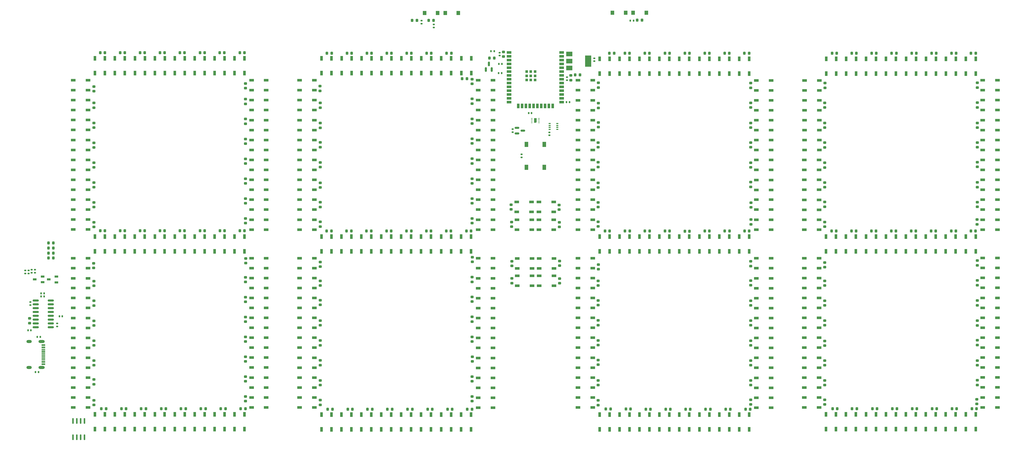
<source format=gbr>
%TF.GenerationSoftware,KiCad,Pcbnew,7.0.9*%
%TF.CreationDate,2024-01-05T23:33:25+01:00*%
%TF.ProjectId,ws2812-clock,77733238-3132-42d6-936c-6f636b2e6b69,rev?*%
%TF.SameCoordinates,Original*%
%TF.FileFunction,Paste,Top*%
%TF.FilePolarity,Positive*%
%FSLAX46Y46*%
G04 Gerber Fmt 4.6, Leading zero omitted, Abs format (unit mm)*
G04 Created by KiCad (PCBNEW 7.0.9) date 2024-01-05 23:33:25*
%MOMM*%
%LPD*%
G01*
G04 APERTURE LIST*
G04 Aperture macros list*
%AMRoundRect*
0 Rectangle with rounded corners*
0 $1 Rounding radius*
0 $2 $3 $4 $5 $6 $7 $8 $9 X,Y pos of 4 corners*
0 Add a 4 corners polygon primitive as box body*
4,1,4,$2,$3,$4,$5,$6,$7,$8,$9,$2,$3,0*
0 Add four circle primitives for the rounded corners*
1,1,$1+$1,$2,$3*
1,1,$1+$1,$4,$5*
1,1,$1+$1,$6,$7*
1,1,$1+$1,$8,$9*
0 Add four rect primitives between the rounded corners*
20,1,$1+$1,$2,$3,$4,$5,0*
20,1,$1+$1,$4,$5,$6,$7,0*
20,1,$1+$1,$6,$7,$8,$9,0*
20,1,$1+$1,$8,$9,$2,$3,0*%
%AMFreePoly0*
4,1,6,0.450000,-0.800000,-0.450000,-0.800000,-0.450000,0.530000,-0.180000,0.800000,0.450000,0.800000,0.450000,-0.800000,0.450000,-0.800000,$1*%
G04 Aperture macros list end*
%ADD10R,1.500000X0.900000*%
%ADD11R,0.900000X1.500000*%
%ADD12R,0.900000X0.900000*%
%ADD13RoundRect,0.135000X-0.185000X0.135000X-0.185000X-0.135000X0.185000X-0.135000X0.185000X0.135000X0*%
%ADD14RoundRect,0.225000X0.250000X-0.225000X0.250000X0.225000X-0.250000X0.225000X-0.250000X-0.225000X0*%
%ADD15O,2.100000X1.000000*%
%ADD16O,1.800000X1.000000*%
%ADD17R,1.150000X0.600000*%
%ADD18R,1.150000X0.300000*%
%ADD19RoundRect,0.225000X-0.225000X-0.250000X0.225000X-0.250000X0.225000X0.250000X-0.225000X0.250000X0*%
%ADD20RoundRect,0.225000X0.225000X0.250000X-0.225000X0.250000X-0.225000X-0.250000X0.225000X-0.250000X0*%
%ADD21RoundRect,0.218750X0.218750X0.256250X-0.218750X0.256250X-0.218750X-0.256250X0.218750X-0.256250X0*%
%ADD22RoundRect,0.225000X-0.250000X0.225000X-0.250000X-0.225000X0.250000X-0.225000X0.250000X0.225000X0*%
%ADD23RoundRect,0.140000X0.170000X-0.140000X0.170000X0.140000X-0.170000X0.140000X-0.170000X-0.140000X0*%
%ADD24RoundRect,0.150000X-0.587500X-0.150000X0.587500X-0.150000X0.587500X0.150000X-0.587500X0.150000X0*%
%ADD25RoundRect,0.140000X0.140000X0.170000X-0.140000X0.170000X-0.140000X-0.170000X0.140000X-0.170000X0*%
%ADD26RoundRect,0.135000X0.185000X-0.135000X0.185000X0.135000X-0.185000X0.135000X-0.185000X-0.135000X0*%
%ADD27RoundRect,0.135000X0.135000X0.185000X-0.135000X0.185000X-0.135000X-0.185000X0.135000X-0.185000X0*%
%ADD28RoundRect,0.218750X-0.218750X-0.256250X0.218750X-0.256250X0.218750X0.256250X-0.218750X0.256250X0*%
%ADD29R,1.220000X0.650000*%
%ADD30RoundRect,0.150000X0.150000X-0.587500X0.150000X0.587500X-0.150000X0.587500X-0.150000X-0.587500X0*%
%ADD31RoundRect,0.135000X-0.135000X-0.185000X0.135000X-0.185000X0.135000X0.185000X-0.135000X0.185000X0*%
%ADD32R,1.150000X1.780000*%
%ADD33O,0.570000X1.950000*%
%ADD34R,1.230000X1.360000*%
%ADD35RoundRect,0.140000X-0.170000X0.140000X-0.170000X-0.140000X0.170000X-0.140000X0.170000X0.140000X0*%
%ADD36O,0.770000X0.360000*%
%ADD37FreePoly0,180.000000*%
%ADD38R,0.550000X0.250000*%
%ADD39R,2.000000X1.500000*%
%ADD40R,2.000000X3.800000*%
%ADD41RoundRect,0.150000X0.825000X0.150000X-0.825000X0.150000X-0.825000X-0.150000X0.825000X-0.150000X0*%
G04 APERTURE END LIST*
D10*
%TO.C,U1*%
X187050000Y-64750000D03*
X187050000Y-66020000D03*
X187050000Y-67290000D03*
X187050000Y-68560000D03*
X187050000Y-69830000D03*
X187050000Y-71100000D03*
X187050000Y-72370000D03*
X187050000Y-73640000D03*
X187050000Y-74910000D03*
X187050000Y-76180000D03*
X187050000Y-77450000D03*
X187050000Y-78720000D03*
X187050000Y-79990000D03*
X187050000Y-81260000D03*
D11*
X190090000Y-82510000D03*
X191360000Y-82510000D03*
X192630000Y-82510000D03*
X193900000Y-82510000D03*
X195170000Y-82510000D03*
X196440000Y-82510000D03*
X197710000Y-82510000D03*
X198980000Y-82510000D03*
X200250000Y-82510000D03*
X201520000Y-82510000D03*
D10*
X204550000Y-81260000D03*
X204550000Y-79990000D03*
X204550000Y-78720000D03*
X204550000Y-77450000D03*
X204550000Y-76180000D03*
X204550000Y-74910000D03*
X204550000Y-73640000D03*
X204550000Y-72370000D03*
X204550000Y-71100000D03*
X204550000Y-69830000D03*
X204550000Y-68560000D03*
X204550000Y-67290000D03*
X204550000Y-66020000D03*
X204550000Y-64750000D03*
D12*
X192900000Y-73870000D03*
X192900000Y-71070000D03*
X195700000Y-73870000D03*
X194300000Y-71070000D03*
X195700000Y-71070000D03*
X192900000Y-72470000D03*
X194300000Y-72470000D03*
X195700000Y-72470000D03*
X194300000Y-73870000D03*
%TD*%
D10*
%TO.C,D73*%
X117600000Y-133100000D03*
X117600000Y-136400000D03*
X122500000Y-136400000D03*
X122500000Y-133100000D03*
%TD*%
%TO.C,D4*%
X42450000Y-93810000D03*
X42450000Y-97110000D03*
X47350000Y-97110000D03*
X47350000Y-93810000D03*
%TD*%
D11*
%TO.C,D51*%
X62920000Y-71550000D03*
X66220000Y-71550000D03*
X66220000Y-66650000D03*
X62920000Y-66650000D03*
%TD*%
%TO.C,D81*%
X124800000Y-190000000D03*
X128100000Y-190000000D03*
X128100000Y-185100000D03*
X124800000Y-185100000D03*
%TD*%
D10*
%TO.C,D155*%
X273999999Y-169560000D03*
X273999999Y-166260000D03*
X269099999Y-166260000D03*
X269099999Y-169560000D03*
%TD*%
%TO.C,D46*%
X106500000Y-90499999D03*
X106500000Y-87199999D03*
X101600000Y-87199999D03*
X101600000Y-90499999D03*
%TD*%
%TO.C,D43*%
X106500001Y-110359999D03*
X106500001Y-107059999D03*
X101600001Y-107059999D03*
X101600001Y-110359999D03*
%TD*%
%TO.C,D198*%
X285050000Y-166200000D03*
X285050000Y-169500000D03*
X289950000Y-169500000D03*
X289950000Y-166200000D03*
%TD*%
D13*
%TO.C,R14*%
X162052000Y-55370000D03*
X162052000Y-56390000D03*
%TD*%
D14*
%TO.C,C100*%
X174800000Y-101600000D03*
X174800000Y-100050000D03*
%TD*%
D11*
%TO.C,D192*%
X338590000Y-130800001D03*
X341890000Y-130800001D03*
X341890000Y-125900001D03*
X338590000Y-125900001D03*
%TD*%
D15*
%TO.C,USBC1*%
X31957500Y-160835000D03*
D16*
X27777500Y-160835000D03*
X27777500Y-169475000D03*
D15*
X31957500Y-169475000D03*
D17*
X32517500Y-161955000D03*
X32517500Y-162755000D03*
D18*
X32517500Y-163905000D03*
X32517500Y-164905000D03*
X32517500Y-165405000D03*
X32517500Y-166405000D03*
D17*
X32517500Y-168355000D03*
X32517500Y-167555000D03*
D18*
X32517500Y-166905000D03*
X32517500Y-165905000D03*
X32517500Y-164405000D03*
X32517500Y-163405000D03*
%TD*%
D10*
%TO.C,D200*%
X285067500Y-179417500D03*
X285067500Y-182717500D03*
X289967500Y-182717500D03*
X289967500Y-179417500D03*
%TD*%
D19*
%TO.C,C172*%
X238765000Y-64985000D03*
X240315000Y-64985000D03*
%TD*%
D10*
%TO.C,D94*%
X181740000Y-149720000D03*
X181740000Y-146420000D03*
X176840000Y-146420000D03*
X176840000Y-149720000D03*
%TD*%
D19*
%TO.C,C232*%
X340350000Y-65000000D03*
X341900000Y-65000000D03*
%TD*%
D13*
%TO.C,R5*%
X37120000Y-154790000D03*
X37120000Y-155810000D03*
%TD*%
D20*
%TO.C,C243*%
X210579000Y-72136000D03*
X209029000Y-72136000D03*
%TD*%
D11*
%TO.C,D227*%
X305540000Y-71700001D03*
X308840000Y-71700001D03*
X308840000Y-66800001D03*
X305540000Y-66800001D03*
%TD*%
D21*
%TO.C,D239*%
X231187500Y-53940000D03*
X229612500Y-53940000D03*
%TD*%
D10*
%TO.C,D194*%
X285050000Y-139720000D03*
X285050000Y-143020000D03*
X289950000Y-143020000D03*
X289950000Y-139720000D03*
%TD*%
D11*
%TO.C,D111*%
X164580000Y-71600000D03*
X167880000Y-71600000D03*
X167880000Y-66700000D03*
X164580000Y-66700000D03*
%TD*%
D14*
%TO.C,C40*%
X99700000Y-134725000D03*
X99700000Y-133175000D03*
%TD*%
%TO.C,C97*%
X174800000Y-121425000D03*
X174800000Y-119875000D03*
%TD*%
D19*
%TO.C,C135*%
X258650000Y-124100000D03*
X260200000Y-124100000D03*
%TD*%
D11*
%TO.C,D134*%
X250200001Y-130800000D03*
X253500001Y-130800000D03*
X253500001Y-125900000D03*
X250200001Y-125900000D03*
%TD*%
%TO.C,D84*%
X144660001Y-190000000D03*
X147960001Y-190000000D03*
X147960001Y-185100000D03*
X144660001Y-185100000D03*
%TD*%
D22*
%TO.C,C115*%
X203700000Y-115425000D03*
X203700000Y-116975000D03*
%TD*%
D14*
%TO.C,C209*%
X342300000Y-181575000D03*
X342300000Y-180025000D03*
%TD*%
D10*
%TO.C,D125*%
X209912500Y-100462500D03*
X209912500Y-103762500D03*
X214812500Y-103762500D03*
X214812500Y-100462500D03*
%TD*%
D19*
%TO.C,C72*%
X172890000Y-124040000D03*
X174440000Y-124040000D03*
%TD*%
D23*
%TO.C,C241*%
X206248000Y-73914000D03*
X206248000Y-72954000D03*
%TD*%
D10*
%TO.C,D41*%
X106500000Y-123600000D03*
X106500000Y-120300000D03*
X101600000Y-120300000D03*
X101600000Y-123600000D03*
%TD*%
D19*
%TO.C,C25*%
X51803000Y-183134000D03*
X53353000Y-183134000D03*
%TD*%
D14*
%TO.C,C42*%
X99568000Y-114834000D03*
X99568000Y-113284000D03*
%TD*%
D22*
%TO.C,C121*%
X216675000Y-74825000D03*
X216675000Y-76375000D03*
%TD*%
%TO.C,C23*%
X49276000Y-173456000D03*
X49276000Y-175006000D03*
%TD*%
D11*
%TO.C,D203*%
X305490001Y-189900000D03*
X308790001Y-189900000D03*
X308790001Y-185000000D03*
X305490001Y-185000000D03*
%TD*%
D10*
%TO.C,D128*%
X209900000Y-120300000D03*
X209900000Y-123600000D03*
X214800000Y-123600000D03*
X214800000Y-120300000D03*
%TD*%
%TO.C,D138*%
X209900000Y-139720000D03*
X209900000Y-143020000D03*
X214800000Y-143020000D03*
X214800000Y-139720000D03*
%TD*%
D19*
%TO.C,C31*%
X91427000Y-183134000D03*
X92977000Y-183134000D03*
%TD*%
%TO.C,C68*%
X146400000Y-124050000D03*
X147950000Y-124050000D03*
%TD*%
D10*
%TO.C,D137*%
X209900000Y-133100000D03*
X209900000Y-136400000D03*
X214800000Y-136400000D03*
X214800000Y-133100000D03*
%TD*%
%TO.C,D218*%
X349100000Y-116980000D03*
X349100000Y-113680000D03*
X344200000Y-113680000D03*
X344200000Y-116980000D03*
%TD*%
D11*
%TO.C,D207*%
X331970001Y-189900000D03*
X335270001Y-189900000D03*
X335270001Y-185000000D03*
X331970001Y-185000000D03*
%TD*%
D14*
%TO.C,C90*%
X174800000Y-174025000D03*
X174800000Y-172475000D03*
%TD*%
D11*
%TO.C,D149*%
X243580000Y-189999999D03*
X246880000Y-189999999D03*
X246880000Y-185099999D03*
X243580000Y-185099999D03*
%TD*%
D14*
%TO.C,C157*%
X267275000Y-155425000D03*
X267275000Y-153875000D03*
%TD*%
D19*
%TO.C,C66*%
X133175000Y-124050000D03*
X134725000Y-124050000D03*
%TD*%
%TO.C,C69*%
X153075000Y-124050000D03*
X154625000Y-124050000D03*
%TD*%
D10*
%TO.C,D77*%
X117600000Y-159580000D03*
X117600000Y-162880000D03*
X122500000Y-162880000D03*
X122500000Y-159580000D03*
%TD*%
D14*
%TO.C,C223*%
X342400000Y-82975000D03*
X342400000Y-81425000D03*
%TD*%
D10*
%TO.C,D2*%
X42450000Y-80570000D03*
X42450000Y-83870000D03*
X47350000Y-83870000D03*
X47350000Y-80570000D03*
%TD*%
D14*
%TO.C,C41*%
X99568000Y-121425000D03*
X99568000Y-119875000D03*
%TD*%
%TO.C,C101*%
X174800000Y-94975000D03*
X174800000Y-93425000D03*
%TD*%
D10*
%TO.C,D215*%
X349100001Y-142979999D03*
X349100001Y-139679999D03*
X344200001Y-139679999D03*
X344200001Y-142979999D03*
%TD*%
D11*
%TO.C,D52*%
X69539999Y-71550000D03*
X72839999Y-71550000D03*
X72839999Y-66650000D03*
X69539999Y-66650000D03*
%TD*%
%TO.C,D71*%
X164520001Y-130800000D03*
X167820001Y-130800000D03*
X167820001Y-125900000D03*
X164520001Y-125900000D03*
%TD*%
D19*
%TO.C,C171*%
X232124999Y-65000000D03*
X233674999Y-65000000D03*
%TD*%
D10*
%TO.C,D6*%
X42450000Y-107050000D03*
X42450000Y-110350000D03*
X47350000Y-110350000D03*
X47350000Y-107050000D03*
%TD*%
D22*
%TO.C,C144*%
X216600000Y-180400000D03*
X216600000Y-181950000D03*
%TD*%
D10*
%TO.C,D119*%
X197100000Y-133200000D03*
X197100000Y-136500000D03*
X202000000Y-136500000D03*
X202000000Y-133200000D03*
%TD*%
D19*
%TO.C,C82*%
X133525000Y-183300000D03*
X135075000Y-183300000D03*
%TD*%
D24*
%TO.C,Q3*%
X189725000Y-89750000D03*
X189725000Y-91650000D03*
X191600000Y-90700000D03*
%TD*%
D22*
%TO.C,C193*%
X291800000Y-134525000D03*
X291800000Y-136075000D03*
%TD*%
D14*
%TO.C,C168*%
X267250000Y-76450000D03*
X267250000Y-74900000D03*
%TD*%
D22*
%TO.C,C140*%
X216625000Y-153800000D03*
X216625000Y-155350000D03*
%TD*%
%TO.C,C24*%
X49276000Y-180327000D03*
X49276000Y-181877000D03*
%TD*%
D10*
%TO.C,D124*%
X209912500Y-93842500D03*
X209912500Y-97142500D03*
X214812500Y-97142500D03*
X214812500Y-93842500D03*
%TD*%
D19*
%TO.C,C189*%
X320500000Y-124050000D03*
X322050000Y-124050000D03*
%TD*%
D10*
%TO.C,D223*%
X349100000Y-83880001D03*
X349100000Y-80580001D03*
X344200000Y-80580001D03*
X344200000Y-83880001D03*
%TD*%
D14*
%TO.C,C93*%
X174800000Y-154175000D03*
X174800000Y-152625000D03*
%TD*%
D25*
%TO.C,C235*%
X38834000Y-152400000D03*
X37874000Y-152400000D03*
%TD*%
D10*
%TO.C,D209*%
X349100000Y-182700000D03*
X349100000Y-179400000D03*
X344200000Y-179400000D03*
X344200000Y-182700000D03*
%TD*%
%TO.C,D140*%
X209900000Y-152960000D03*
X209900000Y-156260000D03*
X214800000Y-156260000D03*
X214800000Y-152960000D03*
%TD*%
D19*
%TO.C,C190*%
X327100000Y-124050000D03*
X328650000Y-124050000D03*
%TD*%
%TO.C,C226*%
X300750000Y-64950000D03*
X302300000Y-64950000D03*
%TD*%
D22*
%TO.C,C5*%
X49276000Y-101346000D03*
X49276000Y-102896000D03*
%TD*%
D19*
%TO.C,C231*%
X333850000Y-64950000D03*
X335400000Y-64950000D03*
%TD*%
D14*
%TO.C,C46*%
X99600000Y-88400000D03*
X99600000Y-86850000D03*
%TD*%
D19*
%TO.C,C132*%
X238775000Y-124100000D03*
X240325000Y-124100000D03*
%TD*%
%TO.C,C236*%
X180581000Y-66548000D03*
X182131000Y-66548000D03*
%TD*%
D14*
%TO.C,C166*%
X267250000Y-89725000D03*
X267250000Y-88175000D03*
%TD*%
D10*
%TO.C,D75*%
X117600000Y-146340000D03*
X117600000Y-149640000D03*
X122500000Y-149640000D03*
X122500000Y-146340000D03*
%TD*%
D11*
%TO.C,D31*%
X89370001Y-189950000D03*
X92670001Y-189950000D03*
X92670001Y-185050000D03*
X89370001Y-185050000D03*
%TD*%
D10*
%TO.C,D98*%
X181700001Y-116980000D03*
X181700001Y-113680000D03*
X176800001Y-113680000D03*
X176800001Y-116980000D03*
%TD*%
D19*
%TO.C,C149*%
X245675000Y-183300000D03*
X247225000Y-183300000D03*
%TD*%
D14*
%TO.C,C242*%
X207518000Y-73914000D03*
X207518000Y-72364000D03*
%TD*%
D22*
%TO.C,C57*%
X124350000Y-75925000D03*
X124350000Y-77475000D03*
%TD*%
%TO.C,C141*%
X216600000Y-160475000D03*
X216600000Y-162025000D03*
%TD*%
D19*
%TO.C,C71*%
X166250000Y-124050000D03*
X167800000Y-124050000D03*
%TD*%
%TO.C,C176*%
X265150000Y-64985000D03*
X266700000Y-64985000D03*
%TD*%
D10*
%TO.C,D221*%
X349100000Y-97120000D03*
X349100000Y-93820000D03*
X344200000Y-93820000D03*
X344200000Y-97120000D03*
%TD*%
D19*
%TO.C,C146*%
X225825000Y-183275000D03*
X227375000Y-183275000D03*
%TD*%
D22*
%TO.C,C18*%
X49276000Y-140703000D03*
X49276000Y-142253000D03*
%TD*%
D14*
%TO.C,C156*%
X267275000Y-162075000D03*
X267275000Y-160525000D03*
%TD*%
D11*
%TO.C,D229*%
X318780000Y-71700001D03*
X322080000Y-71700001D03*
X322080000Y-66800001D03*
X318780000Y-66800001D03*
%TD*%
D19*
%TO.C,C83*%
X140100000Y-183300000D03*
X141650000Y-183300000D03*
%TD*%
D10*
%TO.C,D123*%
X209912500Y-87222500D03*
X209912500Y-90522500D03*
X214812500Y-90522500D03*
X214812500Y-87222500D03*
%TD*%
%TO.C,D141*%
X209900000Y-159580000D03*
X209900000Y-162880000D03*
X214800000Y-162880000D03*
X214800000Y-159580000D03*
%TD*%
D22*
%TO.C,C139*%
X216625000Y-147150000D03*
X216625000Y-148700000D03*
%TD*%
D14*
%TO.C,C154*%
X267250000Y-175275000D03*
X267250000Y-173725000D03*
%TD*%
D10*
%TO.C,D184*%
X285047500Y-120317500D03*
X285047500Y-123617500D03*
X289947500Y-123617500D03*
X289947500Y-120317500D03*
%TD*%
D26*
%TO.C,R8*%
X29740000Y-137960000D03*
X29740000Y-136940000D03*
%TD*%
D21*
%TO.C,D235*%
X35844500Y-128069000D03*
X34269500Y-128069000D03*
%TD*%
D11*
%TO.C,D9*%
X49650000Y-130800000D03*
X52950000Y-130800000D03*
X52950000Y-125900000D03*
X49650000Y-125900000D03*
%TD*%
D10*
%TO.C,D122*%
X209912500Y-80602500D03*
X209912500Y-83902500D03*
X214812500Y-83902500D03*
X214812500Y-80602500D03*
%TD*%
D11*
%TO.C,D12*%
X69510000Y-130800000D03*
X72810000Y-130800000D03*
X72810000Y-125900000D03*
X69510000Y-125900000D03*
%TD*%
%TO.C,D151*%
X256820000Y-190000000D03*
X260120000Y-190000000D03*
X260120000Y-185100000D03*
X256820000Y-185100000D03*
%TD*%
%TO.C,D112*%
X171200000Y-71600000D03*
X174500000Y-71600000D03*
X174500000Y-66700000D03*
X171200000Y-66700000D03*
%TD*%
%TO.C,D82*%
X131420001Y-190000000D03*
X134720001Y-190000000D03*
X134720001Y-185100000D03*
X131420001Y-185100000D03*
%TD*%
D10*
%TO.C,D47*%
X106500001Y-83879999D03*
X106500001Y-80579999D03*
X101600001Y-80579999D03*
X101600001Y-83879999D03*
%TD*%
D19*
%TO.C,C81*%
X126900000Y-183300000D03*
X128450000Y-183300000D03*
%TD*%
%TO.C,C109*%
X153100000Y-64950000D03*
X154650000Y-64950000D03*
%TD*%
D11*
%TO.C,D228*%
X312160000Y-71700000D03*
X315460000Y-71700000D03*
X315460000Y-66800000D03*
X312160000Y-66800000D03*
%TD*%
D27*
%TO.C,R4*%
X30910000Y-171000000D03*
X29890000Y-171000000D03*
%TD*%
D14*
%TO.C,C98*%
X174800000Y-114825000D03*
X174800000Y-113275000D03*
%TD*%
D11*
%TO.C,D190*%
X325350000Y-130800001D03*
X328650000Y-130800001D03*
X328650000Y-125900001D03*
X325350000Y-125900001D03*
%TD*%
D28*
%TO.C,D238*%
X154922500Y-54040000D03*
X156497500Y-54040000D03*
%TD*%
D10*
%TO.C,D216*%
X349100001Y-136359999D03*
X349100001Y-133059999D03*
X344200001Y-133059999D03*
X344200001Y-136359999D03*
%TD*%
%TO.C,D182*%
X285047500Y-107077500D03*
X285047500Y-110377500D03*
X289947500Y-110377500D03*
X289947500Y-107077500D03*
%TD*%
%TO.C,D159*%
X274000000Y-143080000D03*
X274000000Y-139780000D03*
X269100000Y-139780000D03*
X269100000Y-143080000D03*
%TD*%
D11*
%TO.C,D204*%
X312110001Y-189900001D03*
X315410001Y-189900001D03*
X315410001Y-185000001D03*
X312110001Y-185000001D03*
%TD*%
%TO.C,D108*%
X144740000Y-71580000D03*
X148040000Y-71580000D03*
X148040000Y-66680000D03*
X144740000Y-66680000D03*
%TD*%
D19*
%TO.C,C174*%
X251990001Y-65005002D03*
X253540001Y-65005002D03*
%TD*%
D14*
%TO.C,C153*%
X267275000Y-181725000D03*
X267275000Y-180175000D03*
%TD*%
D11*
%TO.C,D135*%
X256820001Y-130800000D03*
X260120001Y-130800000D03*
X260120001Y-125900000D03*
X256820001Y-125900000D03*
%TD*%
D10*
%TO.C,D144*%
X209900000Y-179440000D03*
X209900000Y-182740000D03*
X214800000Y-182740000D03*
X214800000Y-179440000D03*
%TD*%
D22*
%TO.C,C116*%
X203750000Y-121150000D03*
X203750000Y-122700000D03*
%TD*%
D10*
%TO.C,D104*%
X181700001Y-77260000D03*
X181700001Y-73960000D03*
X176800001Y-73960000D03*
X176800001Y-77260000D03*
%TD*%
D14*
%TO.C,C37*%
X99568000Y-154204000D03*
X99568000Y-152654000D03*
%TD*%
D10*
%TO.C,D60*%
X117600000Y-93820000D03*
X117600000Y-97120000D03*
X122500000Y-97120000D03*
X122500000Y-93820000D03*
%TD*%
%TO.C,D165*%
X273999999Y-97160000D03*
X273999999Y-93860000D03*
X269099999Y-93860000D03*
X269099999Y-97160000D03*
%TD*%
D29*
%TO.C,Q2*%
X32300000Y-141110000D03*
X32300000Y-139210000D03*
X29680000Y-140160000D03*
%TD*%
D11*
%TO.C,D191*%
X331970000Y-130800001D03*
X335270000Y-130800001D03*
X335270000Y-125900001D03*
X331970000Y-125900001D03*
%TD*%
D19*
%TO.C,C150*%
X252300000Y-183300000D03*
X253850000Y-183300000D03*
%TD*%
%TO.C,C86*%
X160025000Y-183300000D03*
X161575000Y-183300000D03*
%TD*%
%TO.C,C147*%
X232450000Y-183300000D03*
X234000000Y-183300000D03*
%TD*%
%TO.C,C208*%
X340650000Y-183200000D03*
X342200000Y-183200000D03*
%TD*%
%TO.C,C206*%
X327450000Y-183200000D03*
X329000000Y-183200000D03*
%TD*%
D10*
%TO.C,D153*%
X274000000Y-182800000D03*
X274000000Y-179500000D03*
X269100000Y-179500000D03*
X269100000Y-182800000D03*
%TD*%
D14*
%TO.C,C214*%
X342400000Y-148750000D03*
X342400000Y-147200000D03*
%TD*%
D19*
%TO.C,C152*%
X265525000Y-183300000D03*
X267075000Y-183300000D03*
%TD*%
D11*
%TO.C,D150*%
X250200000Y-190000000D03*
X253500000Y-190000000D03*
X253500000Y-185100000D03*
X250200000Y-185100000D03*
%TD*%
D22*
%TO.C,C59*%
X124400000Y-88200000D03*
X124400000Y-89750000D03*
%TD*%
D26*
%TO.C,R2*%
X28200000Y-148710000D03*
X28200000Y-147690000D03*
%TD*%
D22*
%TO.C,C177*%
X291850000Y-74915000D03*
X291850000Y-76465000D03*
%TD*%
%TO.C,C118*%
X187975000Y-139850000D03*
X187975000Y-141400000D03*
%TD*%
%TO.C,C73*%
X124400000Y-134375000D03*
X124400000Y-135925000D03*
%TD*%
D11*
%TO.C,D106*%
X131500000Y-71579999D03*
X134800000Y-71579999D03*
X134800000Y-66679999D03*
X131500000Y-66679999D03*
%TD*%
D10*
%TO.C,D61*%
X117600000Y-100440000D03*
X117600000Y-103740000D03*
X122500000Y-103740000D03*
X122500000Y-100440000D03*
%TD*%
D14*
%TO.C,C44*%
X99568000Y-101613000D03*
X99568000Y-100063000D03*
%TD*%
D10*
%TO.C,D79*%
X117600000Y-172820000D03*
X117600000Y-176120000D03*
X122500000Y-176120000D03*
X122500000Y-172820000D03*
%TD*%
D19*
%TO.C,C229*%
X320650000Y-64950000D03*
X322200000Y-64950000D03*
%TD*%
D11*
%TO.C,D69*%
X151280001Y-130799999D03*
X154580001Y-130799999D03*
X154580001Y-125899999D03*
X151280001Y-125899999D03*
%TD*%
D10*
%TO.C,D193*%
X285050000Y-133100000D03*
X285050000Y-136400000D03*
X289950000Y-136400000D03*
X289950000Y-133100000D03*
%TD*%
D11*
%TO.C,D185*%
X292250000Y-130800000D03*
X295550000Y-130800000D03*
X295550000Y-125900000D03*
X292250000Y-125900000D03*
%TD*%
D10*
%TO.C,D23*%
X42430000Y-172850000D03*
X42430000Y-176150000D03*
X47330000Y-176150000D03*
X47330000Y-172850000D03*
%TD*%
%TO.C,D118*%
X189800000Y-139000000D03*
X189800000Y-142300000D03*
X194700000Y-142300000D03*
X194700000Y-139000000D03*
%TD*%
D19*
%TO.C,C228*%
X314025000Y-64950000D03*
X315575000Y-64950000D03*
%TD*%
D30*
%TO.C,Q4*%
X179400000Y-70375000D03*
X181300000Y-70375000D03*
X180350000Y-68500000D03*
%TD*%
D10*
%TO.C,D217*%
X349100000Y-123600000D03*
X349100000Y-120300000D03*
X344200000Y-120300000D03*
X344200000Y-123600000D03*
%TD*%
D11*
%TO.C,D105*%
X124879999Y-71580001D03*
X128179999Y-71580001D03*
X128179999Y-66680001D03*
X124879999Y-66680001D03*
%TD*%
%TO.C,D55*%
X89380000Y-71550000D03*
X92680000Y-71550000D03*
X92680000Y-66650000D03*
X89380000Y-66650000D03*
%TD*%
D19*
%TO.C,C32*%
X98018000Y-183134000D03*
X99568000Y-183134000D03*
%TD*%
D11*
%TO.C,D54*%
X82780001Y-71550000D03*
X86080001Y-71550000D03*
X86080001Y-66650000D03*
X82780001Y-66650000D03*
%TD*%
D19*
%TO.C,C130*%
X225550000Y-124100000D03*
X227100000Y-124100000D03*
%TD*%
D11*
%TO.C,D136*%
X263440001Y-130800000D03*
X266740001Y-130800000D03*
X266740001Y-125900000D03*
X263440001Y-125900000D03*
%TD*%
D22*
%TO.C,C142*%
X216625000Y-167000000D03*
X216625000Y-168550000D03*
%TD*%
D11*
%TO.C,D230*%
X325400000Y-71700001D03*
X328700000Y-71700001D03*
X328700000Y-66800001D03*
X325400000Y-66800001D03*
%TD*%
D22*
%TO.C,C80*%
X124400000Y-180300000D03*
X124400000Y-181850000D03*
%TD*%
D11*
%TO.C,D13*%
X76130000Y-130800000D03*
X79430000Y-130800000D03*
X79430000Y-125900000D03*
X76130000Y-125900000D03*
%TD*%
D10*
%TO.C,D3*%
X42450000Y-87190000D03*
X42450000Y-90490000D03*
X47350000Y-90490000D03*
X47350000Y-87190000D03*
%TD*%
D11*
%TO.C,D26*%
X56270001Y-189950000D03*
X59570001Y-189950000D03*
X59570001Y-185050000D03*
X56270001Y-185050000D03*
%TD*%
D10*
%TO.C,D212*%
X349100001Y-162839999D03*
X349100001Y-159539999D03*
X344200001Y-159539999D03*
X344200001Y-162839999D03*
%TD*%
D19*
%TO.C,C28*%
X71628000Y-183134000D03*
X73178000Y-183134000D03*
%TD*%
%TO.C,C56*%
X97725000Y-64800000D03*
X99275000Y-64800000D03*
%TD*%
D10*
%TO.C,D127*%
X209900000Y-113680000D03*
X209900000Y-116980000D03*
X214800000Y-116980000D03*
X214800000Y-113680000D03*
%TD*%
%TO.C,D117*%
X189800000Y-133200000D03*
X189800000Y-136500000D03*
X194700000Y-136500000D03*
X194700000Y-133200000D03*
%TD*%
%TO.C,D33*%
X106500002Y-182719999D03*
X106500002Y-179419999D03*
X101600002Y-179419999D03*
X101600002Y-182719999D03*
%TD*%
D11*
%TO.C,D176*%
X263440000Y-71700001D03*
X266740000Y-71700001D03*
X266740000Y-66800001D03*
X263440000Y-66800001D03*
%TD*%
%TO.C,D188*%
X312110000Y-130800000D03*
X315410000Y-130800000D03*
X315410000Y-125900000D03*
X312110000Y-125900000D03*
%TD*%
D14*
%TO.C,C216*%
X342400000Y-135475000D03*
X342400000Y-133925000D03*
%TD*%
D22*
%TO.C,C120*%
X203825000Y-139875000D03*
X203825000Y-141425000D03*
%TD*%
D19*
%TO.C,C175*%
X258615000Y-64995000D03*
X260165000Y-64995000D03*
%TD*%
D10*
%TO.C,D37*%
X106499999Y-156260000D03*
X106499999Y-152960000D03*
X101599999Y-152960000D03*
X101599999Y-156260000D03*
%TD*%
D11*
%TO.C,D231*%
X332019999Y-71700002D03*
X335319999Y-71700002D03*
X335319999Y-66800002D03*
X332019999Y-66800002D03*
%TD*%
D22*
%TO.C,C117*%
X187975000Y-134150000D03*
X187975000Y-135700000D03*
%TD*%
D14*
%TO.C,C217*%
X342350000Y-121825000D03*
X342350000Y-120275000D03*
%TD*%
D22*
%TO.C,C1*%
X49276000Y-76025000D03*
X49276000Y-77575000D03*
%TD*%
D19*
%TO.C,C106*%
X133300000Y-64950000D03*
X134850000Y-64950000D03*
%TD*%
D10*
%TO.C,D196*%
X285050000Y-152960000D03*
X285050000Y-156260000D03*
X289950000Y-156260000D03*
X289950000Y-152960000D03*
%TD*%
D19*
%TO.C,C107*%
X139900000Y-64950000D03*
X141450000Y-64950000D03*
%TD*%
D14*
%TO.C,C39*%
X99568000Y-140983000D03*
X99568000Y-139433000D03*
%TD*%
D22*
%TO.C,C2*%
X49276000Y-81508000D03*
X49276000Y-83058000D03*
%TD*%
D10*
%TO.C,D178*%
X285100000Y-80620000D03*
X285100000Y-83920000D03*
X290000000Y-83920000D03*
X290000000Y-80620000D03*
%TD*%
D19*
%TO.C,C230*%
X327250000Y-64950000D03*
X328800000Y-64950000D03*
%TD*%
D14*
%TO.C,C167*%
X267275000Y-83025000D03*
X267275000Y-81475000D03*
%TD*%
D10*
%TO.C,D90*%
X181700000Y-176180000D03*
X181700000Y-172880000D03*
X176800000Y-172880000D03*
X176800000Y-176180000D03*
%TD*%
%TO.C,D93*%
X181740000Y-156340000D03*
X181740000Y-153040000D03*
X176840000Y-153040000D03*
X176840000Y-156340000D03*
%TD*%
D31*
%TO.C,R18*%
X183590000Y-71550000D03*
X184610000Y-71550000D03*
%TD*%
D21*
%TO.C,D234*%
X35822000Y-133039002D03*
X34247000Y-133039002D03*
%TD*%
D22*
%TO.C,C182*%
X291760000Y-107965000D03*
X291760000Y-109515000D03*
%TD*%
D14*
%TO.C,C219*%
X342400000Y-109475000D03*
X342400000Y-107925000D03*
%TD*%
D11*
%TO.C,D206*%
X325350001Y-189900000D03*
X328650001Y-189900000D03*
X328650001Y-185000000D03*
X325350001Y-185000000D03*
%TD*%
D14*
%TO.C,C159*%
X267275000Y-142125000D03*
X267275000Y-140575000D03*
%TD*%
D22*
%TO.C,C20*%
X49276000Y-153924000D03*
X49276000Y-155474000D03*
%TD*%
D19*
%TO.C,C207*%
X334050000Y-183200000D03*
X335600000Y-183200000D03*
%TD*%
D10*
%TO.C,D36*%
X106500000Y-162860000D03*
X106500000Y-159560000D03*
X101600000Y-159560000D03*
X101600000Y-162860000D03*
%TD*%
D11*
%TO.C,D85*%
X151280001Y-190000000D03*
X154580001Y-190000000D03*
X154580001Y-185100000D03*
X151280001Y-185100000D03*
%TD*%
D14*
%TO.C,C38*%
X99568000Y-147587000D03*
X99568000Y-146037000D03*
%TD*%
D10*
%TO.C,D19*%
X42430000Y-146370000D03*
X42430000Y-149670000D03*
X47330000Y-149670000D03*
X47330000Y-146370000D03*
%TD*%
%TO.C,D76*%
X117600000Y-152960000D03*
X117600000Y-156260000D03*
X122500000Y-156260000D03*
X122500000Y-152960000D03*
%TD*%
D14*
%TO.C,C155*%
X267250000Y-168700000D03*
X267250000Y-167150000D03*
%TD*%
D22*
%TO.C,C113*%
X187750000Y-115325000D03*
X187750000Y-116875000D03*
%TD*%
D10*
%TO.C,D160*%
X274000000Y-136459999D03*
X274000000Y-133159999D03*
X269100000Y-133159999D03*
X269100000Y-136459999D03*
%TD*%
D19*
%TO.C,C29*%
X78206000Y-183134000D03*
X79756000Y-183134000D03*
%TD*%
%TO.C,C151*%
X258925000Y-183300000D03*
X260475000Y-183300000D03*
%TD*%
D32*
%TO.C,BZ1*%
X192820000Y-102880000D03*
X198780000Y-95280000D03*
X198780000Y-102880000D03*
X192820000Y-95280000D03*
%TD*%
D10*
%TO.C,D121*%
X209912500Y-73982500D03*
X209912500Y-77282500D03*
X214812500Y-77282500D03*
X214812500Y-73982500D03*
%TD*%
D11*
%TO.C,D67*%
X138040001Y-130800000D03*
X141340001Y-130800000D03*
X141340001Y-125900000D03*
X138040001Y-125900000D03*
%TD*%
D10*
%TO.C,D220*%
X349099999Y-103740000D03*
X349099999Y-100440000D03*
X344199999Y-100440000D03*
X344199999Y-103740000D03*
%TD*%
%TO.C,D113*%
X189600000Y-114450000D03*
X189600000Y-117750000D03*
X194500000Y-117750000D03*
X194500000Y-114450000D03*
%TD*%
D26*
%TO.C,R13*%
X188214000Y-91188000D03*
X188214000Y-90168000D03*
%TD*%
D19*
%TO.C,C187*%
X307305000Y-124070000D03*
X308855000Y-124070000D03*
%TD*%
D22*
%TO.C,C122*%
X216700000Y-81600000D03*
X216700000Y-83150000D03*
%TD*%
D10*
%TO.C,D143*%
X209900000Y-172820000D03*
X209900000Y-176120000D03*
X214800000Y-176120000D03*
X214800000Y-172820000D03*
%TD*%
D19*
%TO.C,C16*%
X97725000Y-124000000D03*
X99275000Y-124000000D03*
%TD*%
D10*
%TO.C,D180*%
X285100000Y-93860000D03*
X285100000Y-97160000D03*
X290000000Y-97160000D03*
X290000000Y-93860000D03*
%TD*%
D11*
%TO.C,D15*%
X89370000Y-130800000D03*
X92670000Y-130800000D03*
X92670000Y-125900000D03*
X89370000Y-125900000D03*
%TD*%
D19*
%TO.C,C65*%
X126575000Y-124050000D03*
X128125000Y-124050000D03*
%TD*%
%TO.C,C202*%
X300900000Y-183200000D03*
X302450000Y-183200000D03*
%TD*%
%TO.C,C52*%
X71250000Y-64800000D03*
X72800000Y-64800000D03*
%TD*%
D10*
%TO.C,D211*%
X349100001Y-169459999D03*
X349100001Y-166159999D03*
X344200001Y-166159999D03*
X344200001Y-169459999D03*
%TD*%
D31*
%TO.C,R3*%
X30530000Y-159300000D03*
X31550000Y-159300000D03*
%TD*%
D19*
%TO.C,C133*%
X245400000Y-124125000D03*
X246950000Y-124125000D03*
%TD*%
%TO.C,C53*%
X77850000Y-64800000D03*
X79400000Y-64800000D03*
%TD*%
D22*
%TO.C,C197*%
X291800000Y-160625000D03*
X291800000Y-162175000D03*
%TD*%
D11*
%TO.C,D232*%
X338640000Y-71700001D03*
X341940000Y-71700001D03*
X341940000Y-66800001D03*
X338640000Y-66800001D03*
%TD*%
D10*
%TO.C,D157*%
X274000000Y-156320000D03*
X274000000Y-153020000D03*
X269100000Y-153020000D03*
X269100000Y-156320000D03*
%TD*%
D22*
%TO.C,C195*%
X291800000Y-147225000D03*
X291800000Y-148775000D03*
%TD*%
D10*
%TO.C,D102*%
X181700001Y-90500000D03*
X181700001Y-87200000D03*
X176800001Y-87200000D03*
X176800001Y-90500000D03*
%TD*%
%TO.C,D8*%
X42450000Y-120290000D03*
X42450000Y-123590000D03*
X47350000Y-123590000D03*
X47350000Y-120290000D03*
%TD*%
D14*
%TO.C,C103*%
X174800000Y-81700000D03*
X174800000Y-80150000D03*
%TD*%
D20*
%TO.C,C169*%
X221925000Y-64950000D03*
X220375000Y-64950000D03*
%TD*%
D22*
%TO.C,C114*%
X187900000Y-121100000D03*
X187900000Y-122650000D03*
%TD*%
D33*
%TO.C,Q5*%
X42350000Y-192670000D03*
X43630000Y-192670000D03*
X44890000Y-192670000D03*
X46160000Y-192670000D03*
X46160000Y-187250000D03*
X44890000Y-187250000D03*
X43630000Y-187250000D03*
X42350000Y-187250000D03*
%TD*%
D19*
%TO.C,C170*%
X225500000Y-65000000D03*
X227050000Y-65000000D03*
%TD*%
D22*
%TO.C,C60*%
X124400000Y-94625000D03*
X124400000Y-96175000D03*
%TD*%
D34*
%TO.C,SW2*%
X165870000Y-51550000D03*
X170230000Y-51550000D03*
%TD*%
D19*
%TO.C,C67*%
X139775000Y-124050000D03*
X141325000Y-124050000D03*
%TD*%
D14*
%TO.C,C96*%
X174900000Y-134350000D03*
X174900000Y-132800000D03*
%TD*%
D10*
%TO.C,D142*%
X209900000Y-166200000D03*
X209900000Y-169500000D03*
X214800000Y-169500000D03*
X214800000Y-166200000D03*
%TD*%
D11*
%TO.C,D202*%
X298870001Y-189899999D03*
X302170001Y-189899999D03*
X302170001Y-184999999D03*
X298870001Y-184999999D03*
%TD*%
D10*
%TO.C,D183*%
X285047500Y-113697500D03*
X285047500Y-116997500D03*
X289947500Y-116997500D03*
X289947500Y-113697500D03*
%TD*%
%TO.C,D92*%
X181740000Y-162960000D03*
X181740000Y-159660000D03*
X176840000Y-159660000D03*
X176840000Y-162960000D03*
%TD*%
D19*
%TO.C,C145*%
X219175000Y-183275000D03*
X220725000Y-183275000D03*
%TD*%
D11*
%TO.C,D87*%
X164520001Y-190000000D03*
X167820001Y-190000000D03*
X167820001Y-185100000D03*
X164520001Y-185100000D03*
%TD*%
D22*
%TO.C,C124*%
X216650000Y-94700000D03*
X216650000Y-96250000D03*
%TD*%
D14*
%TO.C,C104*%
X174800000Y-75150000D03*
X174800000Y-73600000D03*
%TD*%
D10*
%TO.C,D154*%
X274000002Y-176180000D03*
X274000002Y-172880000D03*
X269100002Y-172880000D03*
X269100002Y-176180000D03*
%TD*%
%TO.C,D100*%
X181700000Y-103740000D03*
X181700000Y-100440000D03*
X176800000Y-100440000D03*
X176800000Y-103740000D03*
%TD*%
D19*
%TO.C,C108*%
X146500000Y-64925000D03*
X148050000Y-64925000D03*
%TD*%
D11*
%TO.C,D225*%
X292300000Y-71700000D03*
X295600000Y-71700000D03*
X295600000Y-66800000D03*
X292300000Y-66800000D03*
%TD*%
D22*
%TO.C,C137*%
X216675000Y-135250000D03*
X216675000Y-136800000D03*
%TD*%
D14*
%TO.C,C48*%
X99600000Y-76575000D03*
X99600000Y-75025000D03*
%TD*%
D10*
%TO.C,D224*%
X349100000Y-77260000D03*
X349100000Y-73960000D03*
X344200000Y-73960000D03*
X344200000Y-77260000D03*
%TD*%
D11*
%TO.C,D11*%
X62890000Y-130799999D03*
X66190000Y-130799999D03*
X66190000Y-125899999D03*
X62890000Y-125899999D03*
%TD*%
D14*
%TO.C,C34*%
X99568000Y-174016000D03*
X99568000Y-172466000D03*
%TD*%
D11*
%TO.C,D226*%
X298920000Y-71700001D03*
X302220000Y-71700001D03*
X302220000Y-66800001D03*
X298920000Y-66800001D03*
%TD*%
D19*
%TO.C,C11*%
X64625000Y-124000000D03*
X66175000Y-124000000D03*
%TD*%
D11*
%TO.C,D186*%
X298870000Y-130800001D03*
X302170000Y-130800001D03*
X302170000Y-125900001D03*
X298870000Y-125900001D03*
%TD*%
D22*
%TO.C,C6*%
X49276000Y-107937000D03*
X49276000Y-109487000D03*
%TD*%
D11*
%TO.C,D201*%
X292250000Y-189900000D03*
X295550000Y-189900000D03*
X295550000Y-185000000D03*
X292250000Y-185000000D03*
%TD*%
%TO.C,D146*%
X223720000Y-190000000D03*
X227020000Y-190000000D03*
X227020000Y-185100000D03*
X223720000Y-185100000D03*
%TD*%
%TO.C,D86*%
X157900001Y-189999999D03*
X161200001Y-189999999D03*
X161200001Y-185099999D03*
X157900001Y-185099999D03*
%TD*%
D10*
%TO.C,D59*%
X117600000Y-87200000D03*
X117600000Y-90500000D03*
X122500000Y-90500000D03*
X122500000Y-87200000D03*
%TD*%
%TO.C,D126*%
X209912500Y-107082500D03*
X209912500Y-110382500D03*
X214812500Y-110382500D03*
X214812500Y-107082500D03*
%TD*%
D22*
%TO.C,C200*%
X291800000Y-180200000D03*
X291800000Y-181750000D03*
%TD*%
D19*
%TO.C,C51*%
X64650000Y-64800000D03*
X66200000Y-64800000D03*
%TD*%
D22*
%TO.C,C238*%
X185230000Y-64505000D03*
X185230000Y-66055000D03*
%TD*%
D19*
%TO.C,C111*%
X166350000Y-64950000D03*
X167900000Y-64950000D03*
%TD*%
D14*
%TO.C,C161*%
X267300000Y-121825000D03*
X267300000Y-120275000D03*
%TD*%
%TO.C,C89*%
X174800000Y-180650000D03*
X174800000Y-179100000D03*
%TD*%
D11*
%TO.C,D56*%
X96000000Y-71550000D03*
X99300000Y-71550000D03*
X99300000Y-66650000D03*
X96000000Y-66650000D03*
%TD*%
D10*
%TO.C,D177*%
X285100000Y-74000000D03*
X285100000Y-77300000D03*
X290000000Y-77300000D03*
X290000000Y-74000000D03*
%TD*%
D22*
%TO.C,C4*%
X49276000Y-94742000D03*
X49276000Y-96292000D03*
%TD*%
%TO.C,C8*%
X49276000Y-121158000D03*
X49276000Y-122708000D03*
%TD*%
D19*
%TO.C,C148*%
X239050000Y-183300000D03*
X240600000Y-183300000D03*
%TD*%
D22*
%TO.C,C22*%
X49276000Y-167132000D03*
X49276000Y-168682000D03*
%TD*%
%TO.C,C199*%
X291800000Y-173725000D03*
X291800000Y-175275000D03*
%TD*%
D10*
%TO.C,D95*%
X181740000Y-143100000D03*
X181740000Y-139800000D03*
X176840000Y-139800000D03*
X176840000Y-143100000D03*
%TD*%
%TO.C,D62*%
X117600000Y-107060000D03*
X117600000Y-110360000D03*
X122500000Y-110360000D03*
X122500000Y-107060000D03*
%TD*%
D11*
%TO.C,D132*%
X236960001Y-130800001D03*
X240260001Y-130800001D03*
X240260001Y-125900001D03*
X236960001Y-125900001D03*
%TD*%
D19*
%TO.C,C70*%
X159650000Y-124050000D03*
X161200000Y-124050000D03*
%TD*%
D11*
%TO.C,D53*%
X76160000Y-71550000D03*
X79460000Y-71550000D03*
X79460000Y-66650000D03*
X76160000Y-66650000D03*
%TD*%
%TO.C,D65*%
X124800000Y-130800000D03*
X128100000Y-130800000D03*
X128100000Y-125900000D03*
X124800000Y-125900000D03*
%TD*%
D10*
%TO.C,D91*%
X181739999Y-169580000D03*
X181739999Y-166280000D03*
X176839999Y-166280000D03*
X176839999Y-169580000D03*
%TD*%
D22*
%TO.C,C64*%
X124400000Y-121050000D03*
X124400000Y-122600000D03*
%TD*%
D19*
%TO.C,C87*%
X166625000Y-183300000D03*
X168175000Y-183300000D03*
%TD*%
D11*
%TO.C,D29*%
X76130001Y-189950000D03*
X79430001Y-189950000D03*
X79430001Y-185050000D03*
X76130001Y-185050000D03*
%TD*%
D22*
%TO.C,C3*%
X49276000Y-88138000D03*
X49276000Y-89688000D03*
%TD*%
D14*
%TO.C,C222*%
X342400000Y-89675000D03*
X342400000Y-88125000D03*
%TD*%
D10*
%TO.C,D63*%
X117600000Y-113680000D03*
X117600000Y-116980000D03*
X122500000Y-116980000D03*
X122500000Y-113680000D03*
%TD*%
D22*
%TO.C,C234*%
X27940000Y-153136000D03*
X27940000Y-154686000D03*
%TD*%
D14*
%TO.C,C164*%
X267275000Y-102925000D03*
X267275000Y-101375000D03*
%TD*%
D21*
%TO.C,D236*%
X35832000Y-129729000D03*
X34257000Y-129729000D03*
%TD*%
D10*
%TO.C,D5*%
X42450000Y-100430000D03*
X42450000Y-103730000D03*
X47350000Y-103730000D03*
X47350000Y-100430000D03*
%TD*%
D11*
%TO.C,D129*%
X217100000Y-130800000D03*
X220400000Y-130800000D03*
X220400000Y-125900000D03*
X217100000Y-125900000D03*
%TD*%
D35*
%TO.C,C237*%
X183960000Y-64810000D03*
X183960000Y-65770000D03*
%TD*%
D10*
%TO.C,D78*%
X117600000Y-166200000D03*
X117600000Y-169500000D03*
X122500000Y-169500000D03*
X122500000Y-166200000D03*
%TD*%
D11*
%TO.C,D208*%
X338590001Y-189900000D03*
X341890001Y-189900000D03*
X341890001Y-185000000D03*
X338590001Y-185000000D03*
%TD*%
D19*
%TO.C,C131*%
X232150000Y-124100000D03*
X233700000Y-124100000D03*
%TD*%
D36*
%TO.C,U5*%
X200550000Y-90270000D03*
X200550000Y-89620000D03*
X200550000Y-88970000D03*
X200550000Y-88310000D03*
X203070000Y-88310000D03*
X203070000Y-88970000D03*
X203070000Y-89620000D03*
X203070000Y-90270000D03*
%TD*%
D10*
%TO.C,D214*%
X349100000Y-149599999D03*
X349100000Y-146299999D03*
X344200000Y-146299999D03*
X344200000Y-149599999D03*
%TD*%
%TO.C,D158*%
X274000000Y-149700000D03*
X274000000Y-146400000D03*
X269100000Y-146400000D03*
X269100000Y-149700000D03*
%TD*%
%TO.C,D57*%
X117600000Y-73960000D03*
X117600000Y-77260000D03*
X122500000Y-77260000D03*
X122500000Y-73960000D03*
%TD*%
D19*
%TO.C,C203*%
X307625000Y-183200000D03*
X309175000Y-183200000D03*
%TD*%
%TO.C,C110*%
X159725000Y-64950000D03*
X161275000Y-64950000D03*
%TD*%
D22*
%TO.C,C127*%
X216650000Y-114550000D03*
X216650000Y-116100000D03*
%TD*%
D14*
%TO.C,C165*%
X267275000Y-96250000D03*
X267275000Y-94700000D03*
%TD*%
D19*
%TO.C,C105*%
X126650000Y-64950000D03*
X128200000Y-64950000D03*
%TD*%
D37*
%TO.C,U3*%
X195800000Y-87350000D03*
D38*
X196975000Y-88100000D03*
X196975000Y-87600000D03*
X196975000Y-87100000D03*
X196975000Y-86600000D03*
X194625000Y-86600000D03*
X194625000Y-87100000D03*
X194625000Y-87600000D03*
X194625000Y-88100000D03*
%TD*%
D23*
%TO.C,C244*%
X215350000Y-67580000D03*
X215350000Y-66620000D03*
%TD*%
D19*
%TO.C,C227*%
X307375000Y-64950000D03*
X308925000Y-64950000D03*
%TD*%
D11*
%TO.C,D49*%
X49680000Y-71550000D03*
X52980000Y-71550000D03*
X52980000Y-66650000D03*
X49680000Y-66650000D03*
%TD*%
D22*
%TO.C,C19*%
X49276000Y-147294000D03*
X49276000Y-148844000D03*
%TD*%
D11*
%TO.C,D68*%
X144660001Y-130800001D03*
X147960001Y-130800001D03*
X147960001Y-125900001D03*
X144660001Y-125900001D03*
%TD*%
%TO.C,D174*%
X250200001Y-71700001D03*
X253500001Y-71700001D03*
X253500001Y-66800001D03*
X250200001Y-66800001D03*
%TD*%
D10*
%TO.C,D103*%
X181700001Y-83880000D03*
X181700001Y-80580000D03*
X176800001Y-80580000D03*
X176800001Y-83880000D03*
%TD*%
D11*
%TO.C,D145*%
X217100000Y-190000000D03*
X220400000Y-190000000D03*
X220400000Y-185100000D03*
X217100000Y-185100000D03*
%TD*%
D22*
%TO.C,C77*%
X124400000Y-160500000D03*
X124400000Y-162050000D03*
%TD*%
D11*
%TO.C,D205*%
X318730001Y-189899999D03*
X322030001Y-189899999D03*
X322030001Y-184999999D03*
X318730001Y-184999999D03*
%TD*%
%TO.C,D25*%
X49650000Y-189950000D03*
X52950000Y-189950000D03*
X52950000Y-185050000D03*
X49650000Y-185050000D03*
%TD*%
D22*
%TO.C,C76*%
X124400000Y-153825000D03*
X124400000Y-155375000D03*
%TD*%
D28*
%TO.C,D237*%
X160422500Y-54040000D03*
X161997500Y-54040000D03*
%TD*%
D27*
%TO.C,R12*%
X207100000Y-81260000D03*
X206080000Y-81260000D03*
%TD*%
D11*
%TO.C,D107*%
X138120000Y-71580000D03*
X141420000Y-71580000D03*
X141420000Y-66680000D03*
X138120000Y-66680000D03*
%TD*%
%TO.C,D110*%
X157960000Y-71599999D03*
X161260000Y-71599999D03*
X161260000Y-66699999D03*
X157960000Y-66699999D03*
%TD*%
D31*
%TO.C,R6*%
X31770000Y-144770000D03*
X32790000Y-144770000D03*
%TD*%
D14*
%TO.C,C95*%
X174800000Y-140975000D03*
X174800000Y-139425000D03*
%TD*%
D22*
%TO.C,C138*%
X216625000Y-140625000D03*
X216625000Y-142175000D03*
%TD*%
D10*
%TO.C,D101*%
X181700001Y-97120000D03*
X181700001Y-93820000D03*
X176800001Y-93820000D03*
X176800001Y-97120000D03*
%TD*%
D11*
%TO.C,D70*%
X157900001Y-130800000D03*
X161200001Y-130800000D03*
X161200001Y-125900000D03*
X157900001Y-125900000D03*
%TD*%
D10*
%TO.C,D115*%
X196950000Y-114450000D03*
X196950000Y-117750000D03*
X201850000Y-117750000D03*
X201850000Y-114450000D03*
%TD*%
%TO.C,D80*%
X117600000Y-179440000D03*
X117600000Y-182740000D03*
X122500000Y-182740000D03*
X122500000Y-179440000D03*
%TD*%
%TO.C,D213*%
X349100001Y-156219999D03*
X349100001Y-152919999D03*
X344200001Y-152919999D03*
X344200001Y-156219999D03*
%TD*%
D11*
%TO.C,D175*%
X256820000Y-71700001D03*
X260120000Y-71700001D03*
X260120000Y-66800001D03*
X256820000Y-66800001D03*
%TD*%
D19*
%TO.C,C13*%
X77850000Y-124000000D03*
X79400000Y-124000000D03*
%TD*%
%TO.C,C191*%
X333800000Y-124050000D03*
X335350000Y-124050000D03*
%TD*%
D10*
%TO.C,D24*%
X42430000Y-179470000D03*
X42430000Y-182770000D03*
X47330000Y-182770000D03*
X47330000Y-179470000D03*
%TD*%
D19*
%TO.C,C12*%
X71250000Y-124000000D03*
X72800000Y-124000000D03*
%TD*%
D14*
%TO.C,C92*%
X174800000Y-160825000D03*
X174800000Y-159275000D03*
%TD*%
%TO.C,C47*%
X99600000Y-81775000D03*
X99600000Y-80225000D03*
%TD*%
D10*
%TO.C,D39*%
X106500000Y-143020000D03*
X106500000Y-139720000D03*
X101600000Y-139720000D03*
X101600000Y-143020000D03*
%TD*%
D19*
%TO.C,C14*%
X84525000Y-124000000D03*
X86075000Y-124000000D03*
%TD*%
D26*
%TO.C,R10*%
X27660000Y-138170000D03*
X27660000Y-137150000D03*
%TD*%
D10*
%TO.C,D114*%
X189700000Y-120300000D03*
X189700000Y-123600000D03*
X194600000Y-123600000D03*
X194600000Y-120300000D03*
%TD*%
D11*
%TO.C,D173*%
X243580000Y-71700001D03*
X246880000Y-71700001D03*
X246880000Y-66800001D03*
X243580000Y-66800001D03*
%TD*%
D22*
%TO.C,C143*%
X216600000Y-173750000D03*
X216600000Y-175300000D03*
%TD*%
D14*
%TO.C,C224*%
X342400000Y-76375000D03*
X342400000Y-74825000D03*
%TD*%
D11*
%TO.C,D27*%
X62890001Y-189950000D03*
X66190001Y-189950000D03*
X66190001Y-185050000D03*
X62890001Y-185050000D03*
%TD*%
D10*
%TO.C,D167*%
X274000000Y-83920000D03*
X274000000Y-80620000D03*
X269100000Y-80620000D03*
X269100000Y-83920000D03*
%TD*%
D39*
%TO.C,U4*%
X207050000Y-65250000D03*
X207050000Y-67550000D03*
D40*
X213350000Y-67550000D03*
D39*
X207050000Y-69850000D03*
%TD*%
D22*
%TO.C,C7*%
X49276000Y-114554000D03*
X49276000Y-116104000D03*
%TD*%
%TO.C,C58*%
X124400000Y-81500000D03*
X124400000Y-83050000D03*
%TD*%
D14*
%TO.C,C33*%
X99568000Y-180620000D03*
X99568000Y-179070000D03*
%TD*%
D22*
%TO.C,C125*%
X216650000Y-101225000D03*
X216650000Y-102775000D03*
%TD*%
D19*
%TO.C,C204*%
X314200000Y-183200000D03*
X315750000Y-183200000D03*
%TD*%
D27*
%TO.C,R16*%
X228348000Y-54102000D03*
X227328000Y-54102000D03*
%TD*%
D10*
%TO.C,D20*%
X42430000Y-152990000D03*
X42430000Y-156290000D03*
X47330000Y-156290000D03*
X47330000Y-152990000D03*
%TD*%
%TO.C,D181*%
X285047500Y-100457500D03*
X285047500Y-103757500D03*
X289947500Y-103757500D03*
X289947500Y-100457500D03*
%TD*%
D22*
%TO.C,C194*%
X291800000Y-140625000D03*
X291800000Y-142175000D03*
%TD*%
D14*
%TO.C,C212*%
X342400000Y-161975000D03*
X342400000Y-160425000D03*
%TD*%
%TO.C,C213*%
X342400000Y-155450000D03*
X342400000Y-153900000D03*
%TD*%
D10*
%TO.C,D18*%
X42450000Y-139770000D03*
X42450000Y-143070000D03*
X47350000Y-143070000D03*
X47350000Y-139770000D03*
%TD*%
%TO.C,D222*%
X349100000Y-90500000D03*
X349100000Y-87200000D03*
X344200000Y-87200000D03*
X344200000Y-90500000D03*
%TD*%
D11*
%TO.C,D131*%
X230340001Y-130800000D03*
X233640001Y-130800000D03*
X233640001Y-125900000D03*
X230340001Y-125900000D03*
%TD*%
D25*
%TO.C,C240*%
X194536000Y-84836000D03*
X193576000Y-84836000D03*
%TD*%
D22*
%TO.C,C184*%
X291760000Y-121115000D03*
X291760000Y-122665000D03*
%TD*%
D11*
%TO.C,D50*%
X56299998Y-71550000D03*
X59599998Y-71550000D03*
X59599998Y-66650000D03*
X56299998Y-66650000D03*
%TD*%
D25*
%TO.C,C233*%
X28430000Y-157100000D03*
X27470000Y-157100000D03*
%TD*%
D19*
%TO.C,C88*%
X173225000Y-183300000D03*
X174775000Y-183300000D03*
%TD*%
D10*
%TO.C,D48*%
X106500001Y-77259999D03*
X106500001Y-73959999D03*
X101600001Y-73959999D03*
X101600001Y-77259999D03*
%TD*%
%TO.C,D168*%
X274000000Y-77300000D03*
X274000000Y-74000000D03*
X269100000Y-74000000D03*
X269100000Y-77300000D03*
%TD*%
D19*
%TO.C,C27*%
X65011000Y-183134000D03*
X66561000Y-183134000D03*
%TD*%
D22*
%TO.C,C179*%
X291820000Y-88135000D03*
X291820000Y-89685000D03*
%TD*%
D10*
%TO.C,D139*%
X209900000Y-146340000D03*
X209900000Y-149640000D03*
X214800000Y-149640000D03*
X214800000Y-146340000D03*
%TD*%
%TO.C,D166*%
X274000000Y-90540000D03*
X274000000Y-87240000D03*
X269100000Y-87240000D03*
X269100000Y-90540000D03*
%TD*%
D22*
%TO.C,C198*%
X291800000Y-167150000D03*
X291800000Y-168700000D03*
%TD*%
D31*
%TO.C,R1*%
X31760000Y-145790000D03*
X32780000Y-145790000D03*
%TD*%
D19*
%TO.C,C15*%
X91150000Y-124000000D03*
X92700000Y-124000000D03*
%TD*%
D11*
%TO.C,D171*%
X230340000Y-71700001D03*
X233640000Y-71700001D03*
X233640000Y-66800001D03*
X230340000Y-66800001D03*
%TD*%
D10*
%TO.C,D38*%
X106500000Y-149640000D03*
X106500000Y-146340000D03*
X101600000Y-146340000D03*
X101600000Y-149640000D03*
%TD*%
D19*
%TO.C,C173*%
X245385000Y-65005000D03*
X246935000Y-65005000D03*
%TD*%
D10*
%TO.C,D120*%
X197100000Y-139000000D03*
X197100000Y-142300000D03*
X202000000Y-142300000D03*
X202000000Y-139000000D03*
%TD*%
D11*
%TO.C,D109*%
X151340000Y-71600000D03*
X154640000Y-71600000D03*
X154640000Y-66700000D03*
X151340000Y-66700000D03*
%TD*%
D10*
%TO.C,D219*%
X349100000Y-110360000D03*
X349100000Y-107060000D03*
X344200000Y-107060000D03*
X344200000Y-110360000D03*
%TD*%
D34*
%TO.C,SW7*%
X221370000Y-51525000D03*
X225730000Y-51525000D03*
%TD*%
D10*
%TO.C,D89*%
X181700000Y-182800000D03*
X181700000Y-179500000D03*
X176800000Y-179500000D03*
X176800000Y-182800000D03*
%TD*%
D19*
%TO.C,C54*%
X84525000Y-64800000D03*
X86075000Y-64800000D03*
%TD*%
D14*
%TO.C,C91*%
X174850000Y-167425000D03*
X174850000Y-165875000D03*
%TD*%
%TO.C,C158*%
X267275000Y-148825000D03*
X267275000Y-147275000D03*
%TD*%
D19*
%TO.C,C134*%
X252025000Y-124100000D03*
X253575000Y-124100000D03*
%TD*%
D10*
%TO.C,D21*%
X42430000Y-159610000D03*
X42430000Y-162910000D03*
X47330000Y-162910000D03*
X47330000Y-159610000D03*
%TD*%
D11*
%TO.C,D10*%
X56270000Y-130800000D03*
X59570000Y-130800000D03*
X59570000Y-125900000D03*
X56270000Y-125900000D03*
%TD*%
%TO.C,D152*%
X263440000Y-189999999D03*
X266740000Y-189999999D03*
X266740000Y-185099999D03*
X263440000Y-185099999D03*
%TD*%
D10*
%TO.C,D99*%
X181700003Y-110360000D03*
X181700003Y-107060000D03*
X176800003Y-107060000D03*
X176800003Y-110360000D03*
%TD*%
D11*
%TO.C,D187*%
X305490000Y-130800002D03*
X308790000Y-130800002D03*
X308790000Y-125900002D03*
X305490000Y-125900002D03*
%TD*%
D13*
%TO.C,R15*%
X157988000Y-54100000D03*
X157988000Y-55120000D03*
%TD*%
D22*
%TO.C,C181*%
X291770000Y-101405000D03*
X291770000Y-102955000D03*
%TD*%
D19*
%TO.C,C192*%
X340325000Y-124050000D03*
X341875000Y-124050000D03*
%TD*%
D14*
%TO.C,C35*%
X99568000Y-167412000D03*
X99568000Y-165862000D03*
%TD*%
D22*
%TO.C,C62*%
X124400000Y-108025000D03*
X124400000Y-109575000D03*
%TD*%
%TO.C,C178*%
X291830000Y-81475000D03*
X291830000Y-83025000D03*
%TD*%
D10*
%TO.C,D22*%
X42430000Y-166230000D03*
X42430000Y-169530000D03*
X47330000Y-169530000D03*
X47330000Y-166230000D03*
%TD*%
%TO.C,D44*%
X106500001Y-103739999D03*
X106500001Y-100439999D03*
X101600001Y-100439999D03*
X101600001Y-103739999D03*
%TD*%
D19*
%TO.C,C185*%
X294065000Y-124070000D03*
X295615000Y-124070000D03*
%TD*%
D22*
%TO.C,C128*%
X216625000Y-121025000D03*
X216625000Y-122575000D03*
%TD*%
D10*
%TO.C,D199*%
X285067500Y-172797500D03*
X285067500Y-176097500D03*
X289967500Y-176097500D03*
X289967500Y-172797500D03*
%TD*%
D34*
%TO.C,SW6*%
X228230000Y-51500000D03*
X232590000Y-51500000D03*
%TD*%
D11*
%TO.C,D30*%
X82750001Y-189949999D03*
X86050001Y-189949999D03*
X86050001Y-185049999D03*
X82750001Y-185049999D03*
%TD*%
D10*
%TO.C,D162*%
X274000000Y-116980000D03*
X274000000Y-113680000D03*
X269100000Y-113680000D03*
X269100000Y-116980000D03*
%TD*%
D19*
%TO.C,C10*%
X58025000Y-124000000D03*
X59575000Y-124000000D03*
%TD*%
D23*
%TO.C,C245*%
X200470000Y-92270000D03*
X200470000Y-91310000D03*
%TD*%
D19*
%TO.C,C55*%
X91050000Y-64800000D03*
X92600000Y-64800000D03*
%TD*%
D22*
%TO.C,C61*%
X124400000Y-101250000D03*
X124400000Y-102800000D03*
%TD*%
%TO.C,C21*%
X49276000Y-160528000D03*
X49276000Y-162078000D03*
%TD*%
D10*
%TO.C,D164*%
X274000002Y-103780000D03*
X274000002Y-100480000D03*
X269100002Y-100480000D03*
X269100002Y-103780000D03*
%TD*%
%TO.C,D195*%
X285050000Y-146340000D03*
X285050000Y-149640000D03*
X289950000Y-149640000D03*
X289950000Y-146340000D03*
%TD*%
D19*
%TO.C,C50*%
X58025000Y-64800000D03*
X59575000Y-64800000D03*
%TD*%
D11*
%TO.C,D148*%
X236960000Y-190000000D03*
X240260000Y-190000000D03*
X240260000Y-185100000D03*
X236960000Y-185100000D03*
%TD*%
D22*
%TO.C,C75*%
X124400000Y-147100000D03*
X124400000Y-148650000D03*
%TD*%
D35*
%TO.C,C239*%
X191250000Y-98620000D03*
X191250000Y-99580000D03*
%TD*%
D31*
%TO.C,R17*%
X183690000Y-68500000D03*
X184710000Y-68500000D03*
%TD*%
D11*
%TO.C,D172*%
X236960000Y-71700001D03*
X240260000Y-71700001D03*
X240260000Y-66800001D03*
X236960000Y-66800001D03*
%TD*%
D10*
%TO.C,D116*%
X197000000Y-120300000D03*
X197000000Y-123600000D03*
X201900000Y-123600000D03*
X201900000Y-120300000D03*
%TD*%
D22*
%TO.C,C123*%
X216675000Y-88000000D03*
X216675000Y-89550000D03*
%TD*%
D14*
%TO.C,C45*%
X99600000Y-95050000D03*
X99600000Y-93500000D03*
%TD*%
D10*
%TO.C,D179*%
X285100000Y-87240000D03*
X285100000Y-90540000D03*
X290000000Y-90540000D03*
X290000000Y-87240000D03*
%TD*%
D19*
%TO.C,C30*%
X84810000Y-183134000D03*
X86360000Y-183134000D03*
%TD*%
D22*
%TO.C,C196*%
X291800000Y-153825000D03*
X291800000Y-155375000D03*
%TD*%
%TO.C,C74*%
X124400000Y-140625000D03*
X124400000Y-142175000D03*
%TD*%
%TO.C,C63*%
X124400000Y-114525000D03*
X124400000Y-116075000D03*
%TD*%
D11*
%TO.C,D66*%
X131420001Y-130799999D03*
X134720001Y-130799999D03*
X134720001Y-125899999D03*
X131420001Y-125899999D03*
%TD*%
%TO.C,D130*%
X223720001Y-130799999D03*
X227020001Y-130799999D03*
X227020001Y-125899999D03*
X223720001Y-125899999D03*
%TD*%
D22*
%TO.C,C180*%
X291820000Y-94725000D03*
X291820000Y-96275000D03*
%TD*%
%TO.C,C78*%
X124400000Y-167100000D03*
X124400000Y-168650000D03*
%TD*%
D11*
%TO.C,D88*%
X171140001Y-190000000D03*
X174440001Y-190000000D03*
X174440001Y-185100000D03*
X171140001Y-185100000D03*
%TD*%
D19*
%TO.C,C188*%
X313900000Y-124050000D03*
X315450000Y-124050000D03*
%TD*%
%TO.C,C26*%
X58420000Y-183134000D03*
X59970000Y-183134000D03*
%TD*%
%TO.C,C85*%
X153400000Y-183300000D03*
X154950000Y-183300000D03*
%TD*%
D10*
%TO.C,D197*%
X285050000Y-159580000D03*
X285050000Y-162880000D03*
X289950000Y-162880000D03*
X289950000Y-159580000D03*
%TD*%
D11*
%TO.C,D72*%
X171140001Y-130800000D03*
X174440001Y-130800000D03*
X174440001Y-125900000D03*
X171140001Y-125900000D03*
%TD*%
D10*
%TO.C,D64*%
X117600000Y-120300000D03*
X117600000Y-123600000D03*
X122500000Y-123600000D03*
X122500000Y-120300000D03*
%TD*%
D19*
%TO.C,C129*%
X218900000Y-124100000D03*
X220450000Y-124100000D03*
%TD*%
D21*
%TO.C,D233*%
X35827500Y-131390000D03*
X34252500Y-131390000D03*
%TD*%
D10*
%TO.C,D45*%
X106500001Y-97119999D03*
X106500001Y-93819999D03*
X101600001Y-93819999D03*
X101600001Y-97119999D03*
%TD*%
D14*
%TO.C,C218*%
X342400000Y-116050000D03*
X342400000Y-114500000D03*
%TD*%
D11*
%TO.C,D133*%
X243580001Y-130799999D03*
X246880001Y-130799999D03*
X246880001Y-125899999D03*
X243580001Y-125899999D03*
%TD*%
D19*
%TO.C,C205*%
X320825000Y-183200000D03*
X322375000Y-183200000D03*
%TD*%
D10*
%TO.C,D35*%
X106499999Y-169480000D03*
X106499999Y-166180000D03*
X101599999Y-166180000D03*
X101599999Y-169480000D03*
%TD*%
%TO.C,D40*%
X106500000Y-136400000D03*
X106500000Y-133100000D03*
X101600000Y-133100000D03*
X101600000Y-136400000D03*
%TD*%
D19*
%TO.C,C49*%
X51425000Y-64800000D03*
X52975000Y-64800000D03*
%TD*%
D22*
%TO.C,C183*%
X291770000Y-114445000D03*
X291770000Y-115995000D03*
%TD*%
D10*
%TO.C,D17*%
X42450000Y-133150000D03*
X42450000Y-136450000D03*
X47350000Y-136450000D03*
X47350000Y-133150000D03*
%TD*%
D14*
%TO.C,C215*%
X342400000Y-142075000D03*
X342400000Y-140525000D03*
%TD*%
D11*
%TO.C,D189*%
X318730000Y-130800001D03*
X322030000Y-130800001D03*
X322030000Y-125900001D03*
X318730000Y-125900001D03*
%TD*%
D14*
%TO.C,C160*%
X267275000Y-135725000D03*
X267275000Y-134175000D03*
%TD*%
D11*
%TO.C,D14*%
X82750000Y-130799999D03*
X86050000Y-130799999D03*
X86050000Y-125899999D03*
X82750000Y-125899999D03*
%TD*%
D14*
%TO.C,C99*%
X174800000Y-108225000D03*
X174800000Y-106675000D03*
%TD*%
D10*
%TO.C,D156*%
X274000000Y-162940000D03*
X274000000Y-159640000D03*
X269100000Y-159640000D03*
X269100000Y-162940000D03*
%TD*%
D11*
%TO.C,D28*%
X69510001Y-189950000D03*
X72810001Y-189950000D03*
X72810001Y-185050000D03*
X69510001Y-185050000D03*
%TD*%
D26*
%TO.C,R7*%
X28700000Y-137950000D03*
X28700000Y-136930000D03*
%TD*%
D22*
%TO.C,C126*%
X216650000Y-108025000D03*
X216650000Y-109575000D03*
%TD*%
D11*
%TO.C,D147*%
X230340000Y-190000000D03*
X233640000Y-190000000D03*
X233640000Y-185100000D03*
X230340000Y-185100000D03*
%TD*%
D10*
%TO.C,D97*%
X181700000Y-123600000D03*
X181700000Y-120300000D03*
X176800000Y-120300000D03*
X176800000Y-123600000D03*
%TD*%
D34*
%TO.C,SW5*%
X159010000Y-51550000D03*
X163370000Y-51550000D03*
%TD*%
D19*
%TO.C,C84*%
X146725000Y-183300000D03*
X148275000Y-183300000D03*
%TD*%
D14*
%TO.C,C211*%
X342400000Y-168675000D03*
X342400000Y-167125000D03*
%TD*%
D11*
%TO.C,D16*%
X95990000Y-130800000D03*
X99290000Y-130800000D03*
X99290000Y-125900000D03*
X95990000Y-125900000D03*
%TD*%
D10*
%TO.C,D42*%
X106500001Y-116979999D03*
X106500001Y-113679999D03*
X101600001Y-113679999D03*
X101600001Y-116979999D03*
%TD*%
D14*
%TO.C,C163*%
X267275000Y-109400000D03*
X267275000Y-107850000D03*
%TD*%
%TO.C,C43*%
X99568000Y-108217000D03*
X99568000Y-106667000D03*
%TD*%
D22*
%TO.C,C17*%
X49250000Y-134775000D03*
X49250000Y-136325000D03*
%TD*%
%TO.C,C119*%
X203850000Y-134025000D03*
X203850000Y-135575000D03*
%TD*%
D14*
%TO.C,C36*%
X99568000Y-160795000D03*
X99568000Y-159245000D03*
%TD*%
D11*
%TO.C,D32*%
X95990001Y-189950000D03*
X99290001Y-189950000D03*
X99290001Y-185050000D03*
X95990001Y-185050000D03*
%TD*%
D19*
%TO.C,C225*%
X294225000Y-64950000D03*
X295775000Y-64950000D03*
%TD*%
D14*
%TO.C,C102*%
X174800000Y-88375000D03*
X174800000Y-86825000D03*
%TD*%
D10*
%TO.C,D58*%
X117600000Y-80580000D03*
X117600000Y-83880000D03*
X122500000Y-83880000D03*
X122500000Y-80580000D03*
%TD*%
D41*
%TO.C,U2*%
X34975000Y-156045000D03*
X34975000Y-154775000D03*
X34975000Y-153505000D03*
X34975000Y-152235000D03*
X34975000Y-150965000D03*
X34975000Y-149695000D03*
X34975000Y-148425000D03*
X34975000Y-147155000D03*
X30025000Y-147155000D03*
X30025000Y-148425000D03*
X30025000Y-149695000D03*
X30025000Y-150965000D03*
X30025000Y-152235000D03*
X30025000Y-153505000D03*
X30025000Y-154775000D03*
X30025000Y-156045000D03*
%TD*%
D10*
%TO.C,D96*%
X181740000Y-136400000D03*
X181740000Y-133100000D03*
X176840000Y-133100000D03*
X176840000Y-136400000D03*
%TD*%
D11*
%TO.C,D83*%
X138040001Y-190000000D03*
X141340001Y-190000000D03*
X141340001Y-185100000D03*
X138040001Y-185100000D03*
%TD*%
%TO.C,D169*%
X217100000Y-71700000D03*
X220400000Y-71700000D03*
X220400000Y-66800000D03*
X217100000Y-66800000D03*
%TD*%
D22*
%TO.C,C79*%
X124400000Y-173725000D03*
X124400000Y-175275000D03*
%TD*%
D14*
%TO.C,C220*%
X342400000Y-102750000D03*
X342400000Y-101200000D03*
%TD*%
D20*
%TO.C,C112*%
X173075000Y-73440000D03*
X171525000Y-73440000D03*
%TD*%
D10*
%TO.C,D7*%
X42450000Y-113670000D03*
X42450000Y-116970000D03*
X47350000Y-116970000D03*
X47350000Y-113670000D03*
%TD*%
D14*
%TO.C,C162*%
X267300000Y-116175000D03*
X267300000Y-114625000D03*
%TD*%
D11*
%TO.C,D170*%
X223720000Y-71700001D03*
X227020000Y-71700001D03*
X227020000Y-66800001D03*
X223720000Y-66800001D03*
%TD*%
D10*
%TO.C,D1*%
X42450000Y-73950000D03*
X42450000Y-77250000D03*
X47350000Y-77250000D03*
X47350000Y-73950000D03*
%TD*%
D14*
%TO.C,C210*%
X342400000Y-175250000D03*
X342400000Y-173700000D03*
%TD*%
D19*
%TO.C,C9*%
X51425000Y-124000000D03*
X52975000Y-124000000D03*
%TD*%
%TO.C,C186*%
X300680000Y-124070000D03*
X302230000Y-124070000D03*
%TD*%
D10*
%TO.C,D161*%
X274000000Y-123600000D03*
X274000000Y-120300000D03*
X269100000Y-120300000D03*
X269100000Y-123600000D03*
%TD*%
D14*
%TO.C,C94*%
X174800000Y-147550000D03*
X174800000Y-146000000D03*
%TD*%
%TO.C,C221*%
X342400000Y-96250000D03*
X342400000Y-94700000D03*
%TD*%
D10*
%TO.C,D34*%
X106500000Y-176100000D03*
X106500000Y-172800000D03*
X101600000Y-172800000D03*
X101600000Y-176100000D03*
%TD*%
%TO.C,D74*%
X117600000Y-139720000D03*
X117600000Y-143020000D03*
X122500000Y-143020000D03*
X122500000Y-139720000D03*
%TD*%
D26*
%TO.C,R9*%
X26570000Y-138170000D03*
X26570000Y-137150000D03*
%TD*%
D10*
%TO.C,D163*%
X274000000Y-110400000D03*
X274000000Y-107100000D03*
X269100000Y-107100000D03*
X269100000Y-110400000D03*
%TD*%
%TO.C,D210*%
X349100001Y-176079999D03*
X349100001Y-172779999D03*
X344200001Y-172779999D03*
X344200001Y-176079999D03*
%TD*%
D19*
%TO.C,C136*%
X265175000Y-124050000D03*
X266725000Y-124050000D03*
%TD*%
D29*
%TO.C,Q1*%
X36910000Y-141140000D03*
X36910000Y-139240000D03*
X34290000Y-140190000D03*
%TD*%
D31*
%TO.C,R11*%
X181100000Y-64262000D03*
X182120000Y-64262000D03*
%TD*%
D19*
%TO.C,C201*%
X294400000Y-183200000D03*
X295950000Y-183200000D03*
%TD*%
M02*

</source>
